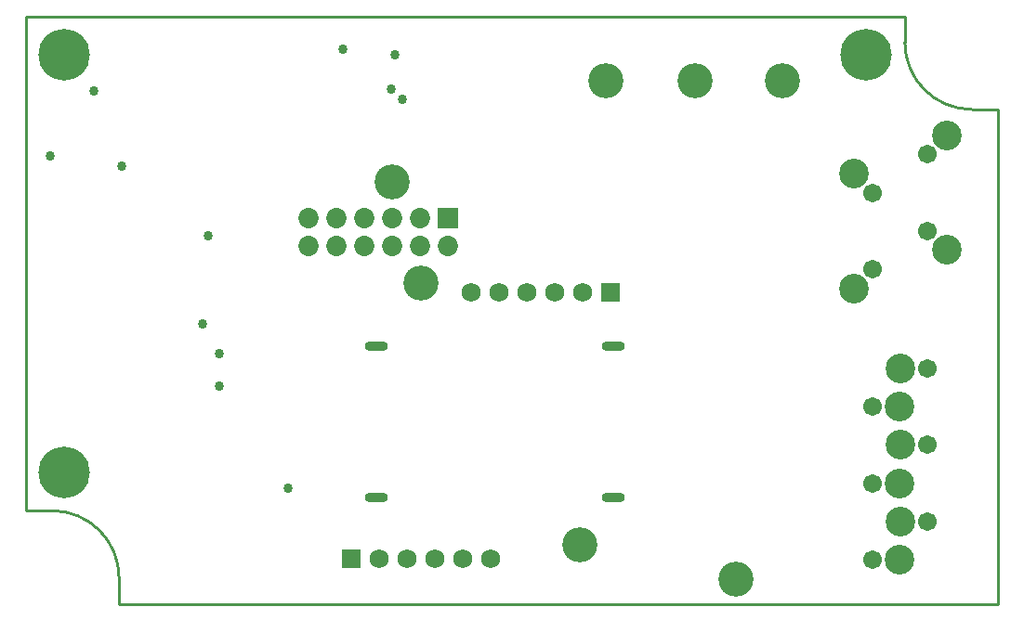
<source format=gbs>
G04*
G04 #@! TF.GenerationSoftware,Altium Limited,Altium Designer,20.2.4 (192)*
G04*
G04 Layer_Color=16711935*
%FSLAX44Y44*%
%MOMM*%
G71*
G04*
G04 #@! TF.SameCoordinates,742EB62A-7AE8-4A69-8DF3-B4F61E8DB2E3*
G04*
G04*
G04 #@! TF.FilePolarity,Negative*
G04*
G01*
G75*
%ADD10C,0.2540*%
%ADD149C,1.7032*%
%ADD150C,1.7332*%
%ADD151R,1.7332X1.7332*%
%ADD152C,1.8532*%
%ADD153R,1.8532X1.8532*%
%ADD154C,2.7032*%
%ADD156C,4.7032*%
%ADD157C,0.1016*%
%ADD158C,0.0020*%
G04:AMPARAMS|DCode=182|XSize=2.1mm|YSize=0.8mm|CornerRadius=0.36mm|HoleSize=0mm|Usage=FLASHONLY|Rotation=0.000|XOffset=0mm|YOffset=0mm|HoleType=Round|Shape=RoundedRectangle|*
%AMROUNDEDRECTD182*
21,1,2.1000,0.0800,0,0,0.0*
21,1,1.3800,0.8000,0,0,0.0*
1,1,0.7200,0.6900,-0.0400*
1,1,0.7200,-0.6900,-0.0400*
1,1,0.7200,-0.6900,0.0400*
1,1,0.7200,0.6900,0.0400*
%
%ADD182ROUNDEDRECTD182*%
%ADD184C,3.2032*%
%ADD185C,0.8636*%
D10*
X716000Y512123D02*
G03*
X777123Y451000I61123J0D01*
G01*
X0Y23877D02*
G03*
X-61123Y85000I-61123J-0D01*
G01*
X-85000Y536000D02*
X716000D01*
X0Y0D02*
X801000D01*
X-85000Y85000D02*
X-61123D01*
X777123Y451000D02*
X801000D01*
X801000Y0D02*
Y451000D01*
X-85000Y85000D02*
Y536000D01*
X0Y0D02*
Y23877D01*
X716000Y512123D02*
Y536000D01*
D149*
X736600Y145110D02*
D03*
Y215110D02*
D03*
X686600Y180110D02*
D03*
Y40110D02*
D03*
X736600Y75110D02*
D03*
X686600Y110110D02*
D03*
X736600Y340106D02*
D03*
X686600Y305106D02*
D03*
Y375106D02*
D03*
X736600Y410106D02*
D03*
D150*
X321182Y283790D02*
D03*
X346582D02*
D03*
X371982D02*
D03*
X397382D02*
D03*
X422782Y283790D02*
D03*
X338182Y41290D02*
D03*
X312782D02*
D03*
X287382D02*
D03*
X261982D02*
D03*
X236582D02*
D03*
D151*
X448182Y283790D02*
D03*
X211182Y41290D02*
D03*
D152*
X248900Y351788D02*
D03*
X223500D02*
D03*
X198100D02*
D03*
X274300D02*
D03*
X172700D02*
D03*
X299700Y326388D02*
D03*
X172700D02*
D03*
X274300D02*
D03*
X198100D02*
D03*
X223500D02*
D03*
X248900D02*
D03*
D153*
X299700Y351788D02*
D03*
D154*
X669242Y287748D02*
D03*
X753958Y322748D02*
D03*
X669242Y392464D02*
D03*
X753958Y427464D02*
D03*
X711148Y40110D02*
D03*
X712052Y75110D02*
D03*
X711148Y110110D02*
D03*
X712052Y145110D02*
D03*
X711148Y180110D02*
D03*
X712052Y215110D02*
D03*
D156*
X-50000Y501000D02*
D03*
Y120000D02*
D03*
X681000Y501000D02*
D03*
D157*
X582363Y437081D02*
D03*
X570373D02*
D03*
X577075Y443841D02*
D03*
X564980D02*
D03*
X591864Y451000D02*
D03*
X582363D02*
D03*
X572944D02*
D03*
X604040Y453554D02*
D03*
X23432Y246446D02*
D03*
D158*
X422416Y137217D02*
D03*
X406633Y145291D02*
D03*
X402778Y114754D02*
D03*
X379990Y148392D02*
D03*
X388031Y130883D02*
D03*
X427244Y124262D02*
D03*
X375183Y115542D02*
D03*
X281759Y186051D02*
D03*
X283809Y134477D02*
D03*
X269902Y124005D02*
D03*
X234548Y184166D02*
D03*
X289759Y194051D02*
D03*
X305759Y194051D02*
D03*
X297759Y194051D02*
D03*
X281759D02*
D03*
X273759Y194051D02*
D03*
X289759Y186051D02*
D03*
X305759D02*
D03*
X297759Y186051D02*
D03*
X273759D02*
D03*
X289759Y162051D02*
D03*
X305759D02*
D03*
X297759Y162051D02*
D03*
X281759Y162051D02*
D03*
X273759Y162051D02*
D03*
X289759Y170051D02*
D03*
X305759Y170051D02*
D03*
X297759Y170051D02*
D03*
X281759Y170051D02*
D03*
X273759Y170051D02*
D03*
X273759Y178051D02*
D03*
X281759Y178051D02*
D03*
X305759D02*
D03*
X297759D02*
D03*
X405388Y179725D02*
D03*
Y173856D02*
D03*
X416854Y179725D02*
D03*
Y173856D02*
D03*
Y191463D02*
D03*
Y197332D02*
D03*
X405388Y191463D02*
D03*
X405388Y197332D02*
D03*
X405388Y185594D02*
D03*
X411121Y197332D02*
D03*
X411121Y191463D02*
D03*
X411121Y173856D02*
D03*
Y179725D02*
D03*
X289759Y178051D02*
D03*
X416854Y185594D02*
D03*
X411121D02*
D03*
X503316Y97538D02*
D03*
X503819Y113037D02*
D03*
X493010Y112785D02*
D03*
X493597Y97286D02*
D03*
X483124Y97453D02*
D03*
X482538Y112953D02*
D03*
X470641Y97118D02*
D03*
X471563Y112785D02*
D03*
X464525Y175788D02*
D03*
X459331Y175704D02*
D03*
X453801Y176123D02*
D03*
X461677Y158948D02*
D03*
X445591Y154676D02*
D03*
X444837Y146298D02*
D03*
X462430Y144789D02*
D03*
X469384Y139427D02*
D03*
X462011Y131552D02*
D03*
X469049Y126525D02*
D03*
X457153Y118985D02*
D03*
X438386Y109015D02*
D03*
X447441Y106496D02*
D03*
X445256Y116388D02*
D03*
X431013Y113542D02*
D03*
X431683Y102062D02*
D03*
X419953Y91589D02*
D03*
X420456Y112199D02*
D03*
X375802Y97705D02*
D03*
X387783Y91421D02*
D03*
X380493Y160541D02*
D03*
X369987Y169706D02*
D03*
X358543Y169002D02*
D03*
X374754Y164980D02*
D03*
X364451Y135449D02*
D03*
X366544Y123006D02*
D03*
X351379Y99003D02*
D03*
X357369Y91086D02*
D03*
X357704Y108597D02*
D03*
X349159Y107340D02*
D03*
X337848Y99967D02*
D03*
X324863Y100637D02*
D03*
X312840Y99003D02*
D03*
X299560Y98794D02*
D03*
X249621Y99967D02*
D03*
X244292Y104949D02*
D03*
X238107Y148475D02*
D03*
X228598Y91086D02*
D03*
X221645Y106753D02*
D03*
X221644Y233346D02*
D03*
X229771Y242227D02*
D03*
X248706Y232675D02*
D03*
X261943Y231837D02*
D03*
X273169Y232886D02*
D03*
X352678Y229492D02*
D03*
X354940Y217428D02*
D03*
X351589Y208212D02*
D03*
X352091Y197069D02*
D03*
X374879Y227229D02*
D03*
X368847Y232843D02*
D03*
X360469Y226308D02*
D03*
X365747Y217427D02*
D03*
X360050Y212400D02*
D03*
X370606Y186680D02*
D03*
X370439Y194471D02*
D03*
X369182Y206284D02*
D03*
X374460Y212149D02*
D03*
X378733Y217511D02*
D03*
X387949Y219690D02*
D03*
X390798Y227230D02*
D03*
X382420Y230162D02*
D03*
X372450Y241054D02*
D03*
X383006Y239630D02*
D03*
X392138Y236614D02*
D03*
X397919Y227229D02*
D03*
X400516Y236613D02*
D03*
X409739Y236525D02*
D03*
X423982Y236525D02*
D03*
X435209Y236692D02*
D03*
X446429Y214916D02*
D03*
X440145Y198661D02*
D03*
X439978Y189403D02*
D03*
X447351Y189571D02*
D03*
X464358Y219440D02*
D03*
X447769Y203522D02*
D03*
X445179Y226051D02*
D03*
X464190Y236028D02*
D03*
X460253Y209720D02*
D03*
X456064Y198410D02*
D03*
X463771Y196902D02*
D03*
X453550Y188356D02*
D03*
X458661Y187267D02*
D03*
X464107Y187602D02*
D03*
X469887Y187518D02*
D03*
X476422Y187183D02*
D03*
X471898Y197153D02*
D03*
X473406Y207625D02*
D03*
X472904Y220779D02*
D03*
Y236530D02*
D03*
X502569Y193968D02*
D03*
X488158Y204316D02*
D03*
X489918Y236236D02*
D03*
X488745Y220402D02*
D03*
X502904Y204148D02*
D03*
X502820Y220653D02*
D03*
X502736Y236069D02*
D03*
X238653Y189276D02*
D03*
X389124Y186136D02*
D03*
X252731Y207367D02*
D03*
X255907Y130347D02*
D03*
X318759Y139469D02*
D03*
X411081Y211894D02*
D03*
X332494Y218283D02*
D03*
X338723Y189952D02*
D03*
X335200Y225370D02*
D03*
X325792Y217421D02*
D03*
X325202Y209082D02*
D03*
X395911Y208456D02*
D03*
X236892Y226642D02*
D03*
X321088Y152271D02*
D03*
X251427Y199169D02*
D03*
X233185Y136039D02*
D03*
X238323Y140594D02*
D03*
X249251Y140266D02*
D03*
X255411Y118060D02*
D03*
X259638Y151699D02*
D03*
X267428Y142403D02*
D03*
X273319Y138704D02*
D03*
X326963Y171783D02*
D03*
X327036Y158482D02*
D03*
X418237Y211982D02*
D03*
X424359Y204478D02*
D03*
D182*
X234556Y97429D02*
D03*
X450626Y97429D02*
D03*
Y234909D02*
D03*
X234556Y234909D02*
D03*
D184*
X561944Y22295D02*
D03*
X604040Y476842D02*
D03*
X419953Y53504D02*
D03*
X249082Y384829D02*
D03*
X275132Y292772D02*
D03*
X524446Y476842D02*
D03*
X443574D02*
D03*
D185*
X258183Y460476D02*
D03*
X2202Y399372D02*
D03*
X-62558Y408842D02*
D03*
X-23251Y467899D02*
D03*
X91366Y228020D02*
D03*
X154358Y105418D02*
D03*
X75752Y255629D02*
D03*
X251710Y500892D02*
D03*
X248074Y469222D02*
D03*
X203798Y506052D02*
D03*
X91366Y198890D02*
D03*
X81370Y335872D02*
D03*
M02*

</source>
